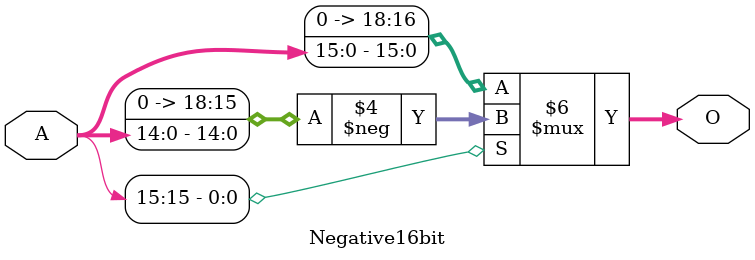
<source format=v>
module Negative16bit#(parameter n=8)(input[15:0] A, output reg[15+$clog2(n):0] O);
	reg[15:0] B;
	always@(A) begin
		if(A[15] == 1'b1) begin
			B = {1'b0, A[14:0]};
			O = -B;
		end
		else
			O = A;
	end
endmodule

</source>
